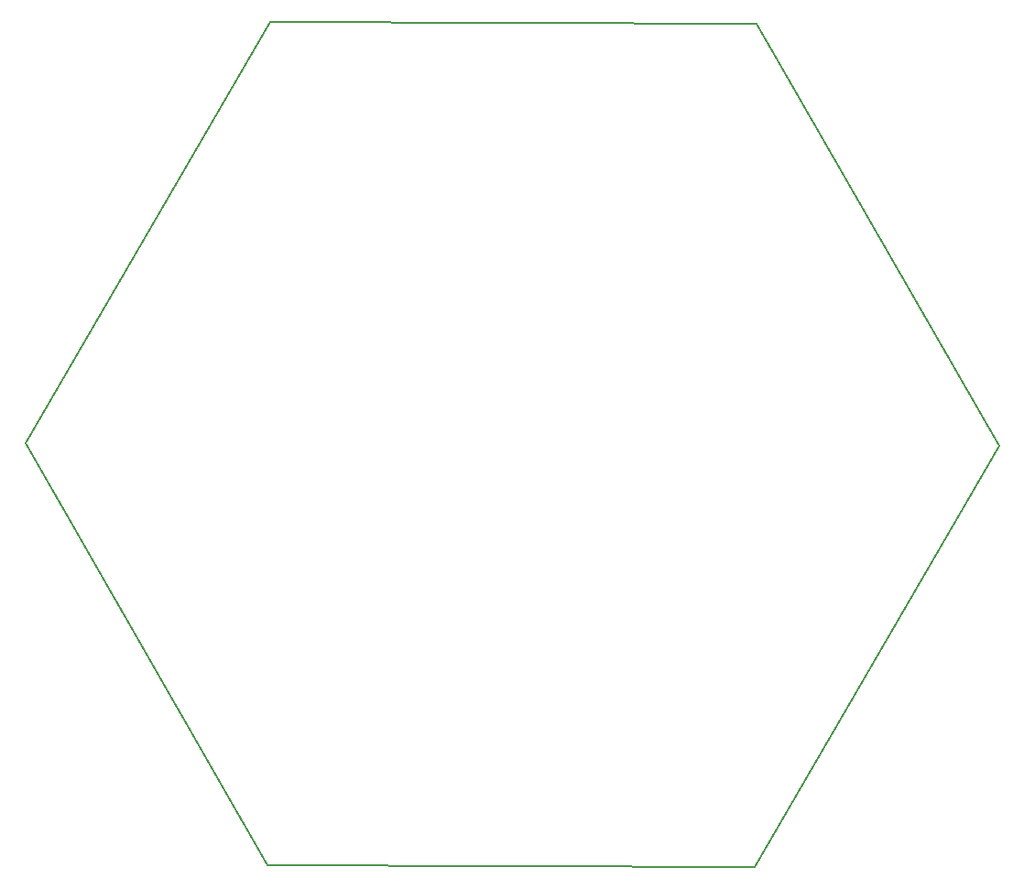
<source format=gm1>
G04 #@! TF.GenerationSoftware,KiCad,Pcbnew,6.0.5-a6ca702e91~116~ubuntu22.04.1*
G04 #@! TF.CreationDate,2022-07-22T23:48:50-06:00*
G04 #@! TF.ProjectId,catan_board,63617461-6e5f-4626-9f61-72642e6b6963,rev?*
G04 #@! TF.SameCoordinates,Original*
G04 #@! TF.FileFunction,Profile,NP*
%FSLAX46Y46*%
G04 Gerber Fmt 4.6, Leading zero omitted, Abs format (unit mm)*
G04 Created by KiCad (PCBNEW 6.0.5-a6ca702e91~116~ubuntu22.04.1) date 2022-07-22 23:48:50*
%MOMM*%
%LPD*%
G01*
G04 APERTURE LIST*
G04 #@! TA.AperFunction,Profile*
%ADD10C,0.200000*%
G04 #@! TD*
G04 APERTURE END LIST*
D10*
X160943573Y-54544115D02*
X115943574Y-54406836D01*
X160705800Y-132486400D02*
X183324687Y-93583896D01*
X115705801Y-132349121D02*
X160705800Y-132486400D01*
X115943574Y-54406836D02*
X93324687Y-93309340D01*
X93324687Y-93309340D02*
X115705801Y-132349121D01*
X183324687Y-93583896D02*
X160943573Y-54544115D01*
M02*

</source>
